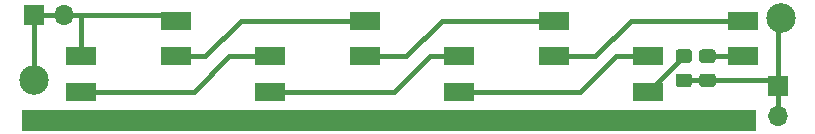
<source format=gbr>
%TF.GenerationSoftware,KiCad,Pcbnew,(5.1.6)-1*%
%TF.CreationDate,2021-04-28T12:53:02+02:00*%
%TF.ProjectId,start_leds_v1,73746172-745f-46c6-9564-735f76312e6b,rev?*%
%TF.SameCoordinates,Original*%
%TF.FileFunction,Copper,L1,Top*%
%TF.FilePolarity,Positive*%
%FSLAX46Y46*%
G04 Gerber Fmt 4.6, Leading zero omitted, Abs format (unit mm)*
G04 Created by KiCad (PCBNEW (5.1.6)-1) date 2021-04-28 12:53:02*
%MOMM*%
%LPD*%
G01*
G04 APERTURE LIST*
%TA.AperFunction,NonConductor*%
%ADD10C,0.100000*%
%TD*%
%TA.AperFunction,ComponentPad*%
%ADD11C,2.499360*%
%TD*%
%TA.AperFunction,ComponentPad*%
%ADD12O,1.700000X1.700000*%
%TD*%
%TA.AperFunction,ComponentPad*%
%ADD13R,1.700000X1.700000*%
%TD*%
%TA.AperFunction,SMDPad,CuDef*%
%ADD14R,2.600000X1.500000*%
%TD*%
%TA.AperFunction,ViaPad*%
%ADD15C,0.800000*%
%TD*%
%TA.AperFunction,Conductor*%
%ADD16C,0.400000*%
%TD*%
G04 APERTURE END LIST*
D10*
G36*
X151000000Y-65750000D02*
G01*
X89000000Y-65750000D01*
X89000000Y-64000000D01*
X151000000Y-64000000D01*
X151000000Y-65750000D01*
G37*
X151000000Y-65750000D02*
X89000000Y-65750000D01*
X89000000Y-64000000D01*
X151000000Y-64000000D01*
X151000000Y-65750000D01*
D11*
%TO.P,REF\u002A\u002A,1*%
%TO.N,/neg*%
X153250000Y-56250000D03*
%TD*%
%TO.P,REF\u002A\u002A,1*%
%TO.N,/pos*%
X90000000Y-61500000D03*
%TD*%
%TO.P,R2,2*%
%TO.N,/neg*%
%TA.AperFunction,SMDPad,CuDef*%
G36*
G01*
X144549999Y-60950000D02*
X145450001Y-60950000D01*
G75*
G02*
X145700000Y-61199999I0J-249999D01*
G01*
X145700000Y-61850001D01*
G75*
G02*
X145450001Y-62100000I-249999J0D01*
G01*
X144549999Y-62100000D01*
G75*
G02*
X144300000Y-61850001I0J249999D01*
G01*
X144300000Y-61199999D01*
G75*
G02*
X144549999Y-60950000I249999J0D01*
G01*
G37*
%TD.AperFunction*%
%TO.P,R2,1*%
%TO.N,Net-(D1-Pad1)*%
%TA.AperFunction,SMDPad,CuDef*%
G36*
G01*
X144549999Y-58900000D02*
X145450001Y-58900000D01*
G75*
G02*
X145700000Y-59149999I0J-249999D01*
G01*
X145700000Y-59800001D01*
G75*
G02*
X145450001Y-60050000I-249999J0D01*
G01*
X144549999Y-60050000D01*
G75*
G02*
X144300000Y-59800001I0J249999D01*
G01*
X144300000Y-59149999D01*
G75*
G02*
X144549999Y-58900000I249999J0D01*
G01*
G37*
%TD.AperFunction*%
%TD*%
%TO.P,R1,2*%
%TO.N,/neg*%
%TA.AperFunction,SMDPad,CuDef*%
G36*
G01*
X146549999Y-60950000D02*
X147450001Y-60950000D01*
G75*
G02*
X147700000Y-61199999I0J-249999D01*
G01*
X147700000Y-61850001D01*
G75*
G02*
X147450001Y-62100000I-249999J0D01*
G01*
X146549999Y-62100000D01*
G75*
G02*
X146300000Y-61850001I0J249999D01*
G01*
X146300000Y-61199999D01*
G75*
G02*
X146549999Y-60950000I249999J0D01*
G01*
G37*
%TD.AperFunction*%
%TO.P,R1,1*%
%TO.N,Net-(D2-Pad1)*%
%TA.AperFunction,SMDPad,CuDef*%
G36*
G01*
X146549999Y-58900000D02*
X147450001Y-58900000D01*
G75*
G02*
X147700000Y-59149999I0J-249999D01*
G01*
X147700000Y-59800001D01*
G75*
G02*
X147450001Y-60050000I-249999J0D01*
G01*
X146549999Y-60050000D01*
G75*
G02*
X146300000Y-59800001I0J249999D01*
G01*
X146300000Y-59149999D01*
G75*
G02*
X146549999Y-58900000I249999J0D01*
G01*
G37*
%TD.AperFunction*%
%TD*%
D12*
%TO.P,J2,2*%
%TO.N,/pos*%
X92540000Y-56000000D03*
D13*
%TO.P,J2,1*%
X90000000Y-56000000D03*
%TD*%
D12*
%TO.P,J1,2*%
%TO.N,/neg*%
X153000000Y-64540000D03*
D13*
%TO.P,J1,1*%
X153000000Y-62000000D03*
%TD*%
D14*
%TO.P,D8,2*%
%TO.N,/pos*%
X102000000Y-56500000D03*
%TO.P,D8,1*%
%TO.N,Net-(D6-Pad2)*%
X102000000Y-59500000D03*
%TD*%
%TO.P,D7,2*%
%TO.N,/pos*%
X94000000Y-59500000D03*
%TO.P,D7,1*%
%TO.N,Net-(D5-Pad2)*%
X94000000Y-62500000D03*
%TD*%
%TO.P,D6,2*%
%TO.N,Net-(D6-Pad2)*%
X118000000Y-56500000D03*
%TO.P,D6,1*%
%TO.N,Net-(D4-Pad2)*%
X118000000Y-59500000D03*
%TD*%
%TO.P,D5,2*%
%TO.N,Net-(D5-Pad2)*%
X110000000Y-59500000D03*
%TO.P,D5,1*%
%TO.N,Net-(D3-Pad2)*%
X110000000Y-62500000D03*
%TD*%
%TO.P,D4,2*%
%TO.N,Net-(D4-Pad2)*%
X134000000Y-56500000D03*
%TO.P,D4,1*%
%TO.N,Net-(D2-Pad2)*%
X134000000Y-59500000D03*
%TD*%
%TO.P,D3,2*%
%TO.N,Net-(D3-Pad2)*%
X126000000Y-59500000D03*
%TO.P,D3,1*%
%TO.N,Net-(D1-Pad2)*%
X126000000Y-62500000D03*
%TD*%
%TO.P,D2,2*%
%TO.N,Net-(D2-Pad2)*%
X150000000Y-56500000D03*
%TO.P,D2,1*%
%TO.N,Net-(D2-Pad1)*%
X150000000Y-59500000D03*
%TD*%
%TO.P,D1,2*%
%TO.N,Net-(D1-Pad2)*%
X142000000Y-59500000D03*
%TO.P,D1,1*%
%TO.N,Net-(D1-Pad1)*%
X142000000Y-62500000D03*
%TD*%
D15*
%TO.N,*%
X90000000Y-65000000D03*
X94000000Y-65000000D03*
X98000000Y-65000000D03*
X102000000Y-65000000D03*
X106000000Y-65000000D03*
X110000000Y-65000000D03*
X114000000Y-65000000D03*
X118000000Y-65000000D03*
X122000000Y-65000000D03*
X126000000Y-65000000D03*
X130000000Y-65000000D03*
X134000000Y-65000000D03*
X138000000Y-65000000D03*
X142000000Y-65000000D03*
X146000000Y-65000000D03*
X150000000Y-65000000D03*
%TD*%
D16*
%TO.N,Net-(D1-Pad2)*%
X142000000Y-59500000D02*
X139250000Y-59500000D01*
X136250000Y-62500000D02*
X126000000Y-62500000D01*
X139250000Y-59500000D02*
X136250000Y-62500000D01*
%TO.N,Net-(D1-Pad1)*%
X145000000Y-59500000D02*
X142000000Y-62500000D01*
X145000000Y-59475000D02*
X145000000Y-59500000D01*
%TO.N,Net-(D2-Pad2)*%
X137500000Y-59500000D02*
X134000000Y-59500000D01*
X150000000Y-56500000D02*
X140500000Y-56500000D01*
X140500000Y-56500000D02*
X137500000Y-59500000D01*
%TO.N,Net-(D2-Pad1)*%
X149975000Y-59475000D02*
X150000000Y-59500000D01*
X147000000Y-59475000D02*
X149975000Y-59475000D01*
%TO.N,Net-(D3-Pad2)*%
X126000000Y-59500000D02*
X123500000Y-59500000D01*
X120500000Y-62500000D02*
X110000000Y-62500000D01*
X123500000Y-59500000D02*
X120500000Y-62500000D01*
%TO.N,Net-(D4-Pad2)*%
X134000000Y-56500000D02*
X124500000Y-56500000D01*
X121500000Y-59500000D02*
X118000000Y-59500000D01*
X124500000Y-56500000D02*
X121500000Y-59500000D01*
%TO.N,Net-(D5-Pad2)*%
X103500000Y-62500000D02*
X94000000Y-62500000D01*
X110000000Y-59500000D02*
X106500000Y-59500000D01*
X106500000Y-59500000D02*
X103500000Y-62500000D01*
%TO.N,Net-(D6-Pad2)*%
X104500000Y-59500000D02*
X102000000Y-59500000D01*
X118000000Y-56500000D02*
X107500000Y-56500000D01*
X107500000Y-56500000D02*
X104500000Y-59500000D01*
%TO.N,/pos*%
X90000000Y-56000000D02*
X92540000Y-56000000D01*
X101500000Y-56000000D02*
X102000000Y-56500000D01*
X94000000Y-59500000D02*
X94000000Y-56000000D01*
X92540000Y-56000000D02*
X94000000Y-56000000D01*
X94000000Y-56000000D02*
X101500000Y-56000000D01*
X90000000Y-61500000D02*
X90000000Y-56000000D01*
%TO.N,/neg*%
X153000000Y-64540000D02*
X153000000Y-62000000D01*
X152525000Y-61525000D02*
X153000000Y-62000000D01*
X147000000Y-61525000D02*
X152525000Y-61525000D01*
X145000000Y-61525000D02*
X147000000Y-61525000D01*
X153000000Y-56500000D02*
X153250000Y-56250000D01*
X153000000Y-62000000D02*
X153000000Y-56500000D01*
%TD*%
M02*

</source>
